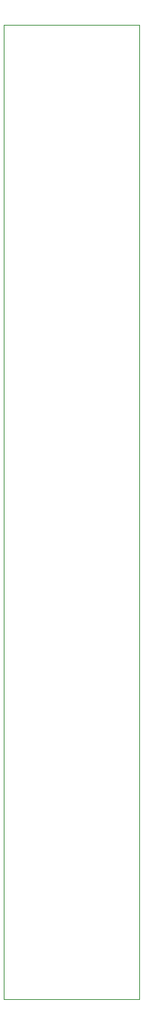
<source format=gbr>
G04 #@! TF.GenerationSoftware,KiCad,Pcbnew,(5.1.2-1)-1*
G04 #@! TF.CreationDate,2020-08-10T22:20:09-07:00*
G04 #@! TF.ProjectId,active_dual_mult,61637469-7665-45f6-9475-616c5f6d756c,rev?*
G04 #@! TF.SameCoordinates,Original*
G04 #@! TF.FileFunction,Profile,NP*
%FSLAX46Y46*%
G04 Gerber Fmt 4.6, Leading zero omitted, Abs format (unit mm)*
G04 Created by KiCad (PCBNEW (5.1.2-1)-1) date 2020-08-10 22:20:09*
%MOMM*%
%LPD*%
G04 APERTURE LIST*
%ADD10C,0.050000*%
G04 APERTURE END LIST*
D10*
X152730200Y-21691600D02*
X152730200Y-21767800D01*
X168071800Y-21691600D02*
X152730200Y-21691600D01*
X168046400Y-131318000D02*
X168071800Y-21691600D01*
X152781000Y-131318000D02*
X152730200Y-21767800D01*
X168046400Y-131318000D02*
X152781000Y-131318000D01*
M02*

</source>
